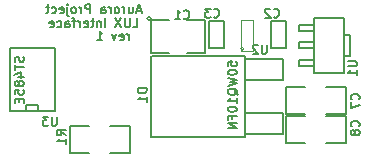
<source format=gbo>
G04 (created by PCBNEW (2013-jul-07)-stable) date Thu 09 Jan 2014 05:17:47 AM EST*
%MOIN*%
G04 Gerber Fmt 3.4, Leading zero omitted, Abs format*
%FSLAX34Y34*%
G01*
G70*
G90*
G04 APERTURE LIST*
%ADD10C,0.00590551*%
%ADD11C,0.00511811*%
%ADD12C,0.005*%
%ADD13C,0.0031*%
G04 APERTURE END LIST*
G54D10*
G54D11*
X79221Y-58171D02*
X79221Y-57971D01*
X79221Y-58028D02*
X79207Y-58000D01*
X79192Y-57985D01*
X79164Y-57971D01*
X79135Y-57971D01*
X78921Y-58157D02*
X78949Y-58171D01*
X79007Y-58171D01*
X79035Y-58157D01*
X79049Y-58128D01*
X79049Y-58014D01*
X79035Y-57985D01*
X79007Y-57971D01*
X78949Y-57971D01*
X78921Y-57985D01*
X78907Y-58014D01*
X78907Y-58042D01*
X79049Y-58071D01*
X78807Y-57971D02*
X78735Y-58171D01*
X78664Y-57971D01*
X78164Y-58171D02*
X78335Y-58171D01*
X78250Y-58171D02*
X78250Y-57871D01*
X78278Y-57914D01*
X78307Y-57942D01*
X78335Y-57957D01*
X79621Y-57185D02*
X79478Y-57185D01*
X79650Y-57271D02*
X79550Y-56971D01*
X79450Y-57271D01*
X79221Y-57071D02*
X79221Y-57271D01*
X79350Y-57071D02*
X79350Y-57228D01*
X79335Y-57257D01*
X79307Y-57271D01*
X79264Y-57271D01*
X79235Y-57257D01*
X79221Y-57242D01*
X79078Y-57271D02*
X79078Y-57071D01*
X79078Y-57128D02*
X79064Y-57100D01*
X79050Y-57085D01*
X79021Y-57071D01*
X78992Y-57071D01*
X78850Y-57271D02*
X78878Y-57257D01*
X78892Y-57242D01*
X78907Y-57214D01*
X78907Y-57128D01*
X78892Y-57100D01*
X78878Y-57085D01*
X78850Y-57071D01*
X78807Y-57071D01*
X78778Y-57085D01*
X78764Y-57100D01*
X78750Y-57128D01*
X78750Y-57214D01*
X78764Y-57242D01*
X78778Y-57257D01*
X78807Y-57271D01*
X78850Y-57271D01*
X78621Y-57271D02*
X78621Y-57071D01*
X78621Y-57128D02*
X78607Y-57100D01*
X78592Y-57085D01*
X78564Y-57071D01*
X78535Y-57071D01*
X78307Y-57271D02*
X78307Y-57114D01*
X78321Y-57085D01*
X78350Y-57071D01*
X78407Y-57071D01*
X78435Y-57085D01*
X78307Y-57257D02*
X78335Y-57271D01*
X78407Y-57271D01*
X78435Y-57257D01*
X78450Y-57228D01*
X78450Y-57200D01*
X78435Y-57171D01*
X78407Y-57157D01*
X78335Y-57157D01*
X78307Y-57142D01*
X77935Y-57271D02*
X77935Y-56971D01*
X77821Y-56971D01*
X77792Y-56985D01*
X77778Y-57000D01*
X77764Y-57028D01*
X77764Y-57071D01*
X77778Y-57100D01*
X77792Y-57114D01*
X77821Y-57128D01*
X77935Y-57128D01*
X77635Y-57271D02*
X77635Y-57071D01*
X77635Y-57128D02*
X77621Y-57100D01*
X77607Y-57085D01*
X77578Y-57071D01*
X77550Y-57071D01*
X77407Y-57271D02*
X77435Y-57257D01*
X77450Y-57242D01*
X77464Y-57214D01*
X77464Y-57128D01*
X77450Y-57100D01*
X77435Y-57085D01*
X77407Y-57071D01*
X77364Y-57071D01*
X77335Y-57085D01*
X77321Y-57100D01*
X77307Y-57128D01*
X77307Y-57214D01*
X77321Y-57242D01*
X77335Y-57257D01*
X77364Y-57271D01*
X77407Y-57271D01*
X77178Y-57071D02*
X77178Y-57328D01*
X77192Y-57357D01*
X77221Y-57371D01*
X77235Y-57371D01*
X77178Y-56971D02*
X77192Y-56985D01*
X77178Y-57000D01*
X77164Y-56985D01*
X77178Y-56971D01*
X77178Y-57000D01*
X76921Y-57257D02*
X76950Y-57271D01*
X77007Y-57271D01*
X77035Y-57257D01*
X77050Y-57228D01*
X77050Y-57114D01*
X77035Y-57085D01*
X77007Y-57071D01*
X76950Y-57071D01*
X76921Y-57085D01*
X76907Y-57114D01*
X76907Y-57142D01*
X77050Y-57171D01*
X76650Y-57257D02*
X76678Y-57271D01*
X76735Y-57271D01*
X76764Y-57257D01*
X76778Y-57242D01*
X76792Y-57214D01*
X76792Y-57128D01*
X76778Y-57100D01*
X76764Y-57085D01*
X76735Y-57071D01*
X76678Y-57071D01*
X76650Y-57085D01*
X76564Y-57071D02*
X76450Y-57071D01*
X76521Y-56971D02*
X76521Y-57228D01*
X76507Y-57257D01*
X76478Y-57271D01*
X76450Y-57271D01*
X79364Y-57742D02*
X79507Y-57742D01*
X79507Y-57442D01*
X79264Y-57442D02*
X79264Y-57685D01*
X79250Y-57714D01*
X79235Y-57728D01*
X79207Y-57742D01*
X79150Y-57742D01*
X79121Y-57728D01*
X79107Y-57714D01*
X79092Y-57685D01*
X79092Y-57442D01*
X78978Y-57442D02*
X78778Y-57742D01*
X78778Y-57442D02*
X78978Y-57742D01*
X78435Y-57742D02*
X78435Y-57442D01*
X78292Y-57542D02*
X78292Y-57742D01*
X78292Y-57571D02*
X78278Y-57556D01*
X78250Y-57542D01*
X78207Y-57542D01*
X78178Y-57556D01*
X78164Y-57585D01*
X78164Y-57742D01*
X78064Y-57542D02*
X77950Y-57542D01*
X78021Y-57442D02*
X78021Y-57699D01*
X78007Y-57728D01*
X77978Y-57742D01*
X77950Y-57742D01*
X77735Y-57728D02*
X77764Y-57742D01*
X77821Y-57742D01*
X77850Y-57728D01*
X77864Y-57699D01*
X77864Y-57585D01*
X77850Y-57556D01*
X77821Y-57542D01*
X77764Y-57542D01*
X77735Y-57556D01*
X77721Y-57585D01*
X77721Y-57614D01*
X77864Y-57642D01*
X77592Y-57742D02*
X77592Y-57542D01*
X77592Y-57599D02*
X77578Y-57571D01*
X77564Y-57556D01*
X77535Y-57542D01*
X77507Y-57542D01*
X77450Y-57542D02*
X77335Y-57542D01*
X77407Y-57742D02*
X77407Y-57485D01*
X77392Y-57456D01*
X77364Y-57442D01*
X77335Y-57442D01*
X77107Y-57742D02*
X77107Y-57585D01*
X77121Y-57556D01*
X77150Y-57542D01*
X77207Y-57542D01*
X77235Y-57556D01*
X77107Y-57728D02*
X77135Y-57742D01*
X77207Y-57742D01*
X77235Y-57728D01*
X77250Y-57699D01*
X77250Y-57671D01*
X77235Y-57642D01*
X77207Y-57628D01*
X77135Y-57628D01*
X77107Y-57614D01*
X76835Y-57728D02*
X76864Y-57742D01*
X76921Y-57742D01*
X76950Y-57728D01*
X76964Y-57714D01*
X76978Y-57685D01*
X76978Y-57599D01*
X76964Y-57571D01*
X76950Y-57556D01*
X76921Y-57542D01*
X76864Y-57542D01*
X76835Y-57556D01*
X76592Y-57728D02*
X76621Y-57742D01*
X76678Y-57742D01*
X76707Y-57728D01*
X76721Y-57699D01*
X76721Y-57585D01*
X76707Y-57556D01*
X76678Y-57542D01*
X76621Y-57542D01*
X76592Y-57556D01*
X76578Y-57585D01*
X76578Y-57614D01*
X76721Y-57642D01*
G54D12*
X83100Y-60600D02*
X84350Y-60600D01*
X84350Y-60600D02*
X84350Y-61300D01*
X84350Y-61300D02*
X83100Y-61300D01*
X83100Y-58800D02*
X84350Y-58800D01*
X84350Y-58800D02*
X84350Y-59500D01*
X84350Y-59500D02*
X83100Y-59500D01*
X80700Y-61400D02*
X83100Y-61400D01*
X83100Y-61400D02*
X83100Y-58700D01*
X83100Y-58700D02*
X80000Y-58700D01*
X79950Y-58700D02*
X79950Y-61400D01*
X80000Y-61400D02*
X80700Y-61400D01*
G54D13*
X83074Y-58463D02*
G75*
G03X83074Y-58463I-62J0D01*
G74*
G01*
X83350Y-57500D02*
X82950Y-57500D01*
X83350Y-58525D02*
X82950Y-58525D01*
X82950Y-57500D02*
X82950Y-58525D01*
X83350Y-58525D02*
X83350Y-57500D01*
G54D12*
X75300Y-60550D02*
X75250Y-60550D01*
X75250Y-60550D02*
X75250Y-58450D01*
X76750Y-58450D02*
X76750Y-60550D01*
X76750Y-60550D02*
X75300Y-60550D01*
X76200Y-60550D02*
X76200Y-60350D01*
X76200Y-60350D02*
X75800Y-60350D01*
X75800Y-60350D02*
X75800Y-60550D01*
X76750Y-58450D02*
X75250Y-58450D01*
X79970Y-57450D02*
G75*
G03X79970Y-57450I-70J0D01*
G74*
G01*
X80550Y-58600D02*
X79950Y-58600D01*
X79950Y-58600D02*
X79950Y-57500D01*
X79950Y-57500D02*
X80550Y-57500D01*
X81150Y-57500D02*
X81750Y-57500D01*
X81750Y-57500D02*
X81750Y-58600D01*
X81750Y-58600D02*
X81150Y-58600D01*
X77250Y-61950D02*
X77250Y-61050D01*
X77250Y-61050D02*
X77900Y-61050D01*
X78600Y-61950D02*
X79250Y-61950D01*
X79250Y-61950D02*
X79250Y-61050D01*
X79250Y-61050D02*
X78600Y-61050D01*
X77900Y-61950D02*
X77250Y-61950D01*
X86450Y-60700D02*
X86450Y-61600D01*
X86450Y-61600D02*
X85800Y-61600D01*
X85100Y-60700D02*
X84450Y-60700D01*
X84450Y-60700D02*
X84450Y-61600D01*
X84450Y-61600D02*
X85100Y-61600D01*
X85800Y-60700D02*
X86450Y-60700D01*
X86450Y-59750D02*
X86450Y-60650D01*
X86450Y-60650D02*
X85800Y-60650D01*
X85100Y-59750D02*
X84450Y-59750D01*
X84450Y-59750D02*
X84450Y-60650D01*
X84450Y-60650D02*
X85100Y-60650D01*
X85800Y-59750D02*
X86450Y-59750D01*
X83950Y-57550D02*
X83950Y-58450D01*
X83950Y-58450D02*
X84450Y-58450D01*
X84450Y-58450D02*
X84450Y-57550D01*
X84450Y-57550D02*
X83950Y-57550D01*
X81900Y-57550D02*
X81900Y-58450D01*
X81900Y-58450D02*
X82400Y-58450D01*
X82400Y-58450D02*
X82400Y-57550D01*
X82400Y-57550D02*
X81900Y-57550D01*
X84915Y-57860D02*
X84915Y-57660D01*
X84915Y-57660D02*
X85385Y-57660D01*
X84915Y-57860D02*
X85385Y-57860D01*
X84915Y-58450D02*
X85385Y-58450D01*
X84915Y-58250D02*
X85385Y-58250D01*
X84915Y-58450D02*
X84915Y-58250D01*
X84915Y-59040D02*
X84915Y-58840D01*
X84915Y-58840D02*
X85385Y-58840D01*
X84915Y-59040D02*
X85385Y-59040D01*
X86610Y-58705D02*
X86610Y-57995D01*
X86610Y-57995D02*
X86415Y-57995D01*
X86610Y-58705D02*
X86415Y-58705D01*
X85385Y-59255D02*
X86415Y-59255D01*
X86415Y-59255D02*
X86415Y-57445D01*
X86415Y-57445D02*
X85385Y-57445D01*
X85385Y-57445D02*
X85385Y-59255D01*
G54D11*
X79821Y-59778D02*
X79521Y-59778D01*
X79521Y-59850D01*
X79535Y-59892D01*
X79564Y-59921D01*
X79592Y-59935D01*
X79650Y-59950D01*
X79692Y-59950D01*
X79750Y-59935D01*
X79778Y-59921D01*
X79807Y-59892D01*
X79821Y-59850D01*
X79821Y-59778D01*
X79821Y-60235D02*
X79821Y-60064D01*
X79821Y-60150D02*
X79521Y-60150D01*
X79564Y-60121D01*
X79592Y-60092D01*
X79607Y-60064D01*
X82521Y-59028D02*
X82521Y-58885D01*
X82664Y-58871D01*
X82650Y-58885D01*
X82635Y-58914D01*
X82635Y-58985D01*
X82650Y-59014D01*
X82664Y-59028D01*
X82692Y-59042D01*
X82764Y-59042D01*
X82792Y-59028D01*
X82807Y-59014D01*
X82821Y-58985D01*
X82821Y-58914D01*
X82807Y-58885D01*
X82792Y-58871D01*
X82521Y-59228D02*
X82521Y-59257D01*
X82535Y-59285D01*
X82550Y-59300D01*
X82578Y-59314D01*
X82635Y-59328D01*
X82707Y-59328D01*
X82764Y-59314D01*
X82792Y-59300D01*
X82807Y-59285D01*
X82821Y-59257D01*
X82821Y-59228D01*
X82807Y-59200D01*
X82792Y-59185D01*
X82764Y-59171D01*
X82707Y-59157D01*
X82635Y-59157D01*
X82578Y-59171D01*
X82550Y-59185D01*
X82535Y-59200D01*
X82521Y-59228D01*
X82521Y-59428D02*
X82821Y-59500D01*
X82607Y-59557D01*
X82821Y-59614D01*
X82521Y-59685D01*
X82850Y-60000D02*
X82835Y-59971D01*
X82807Y-59942D01*
X82764Y-59900D01*
X82750Y-59871D01*
X82750Y-59842D01*
X82821Y-59857D02*
X82807Y-59828D01*
X82778Y-59800D01*
X82721Y-59785D01*
X82621Y-59785D01*
X82564Y-59800D01*
X82535Y-59828D01*
X82521Y-59857D01*
X82521Y-59914D01*
X82535Y-59942D01*
X82564Y-59971D01*
X82621Y-59985D01*
X82721Y-59985D01*
X82778Y-59971D01*
X82807Y-59942D01*
X82821Y-59914D01*
X82821Y-59857D01*
X82821Y-60271D02*
X82821Y-60100D01*
X82821Y-60185D02*
X82521Y-60185D01*
X82564Y-60157D01*
X82592Y-60128D01*
X82607Y-60100D01*
X82521Y-60457D02*
X82521Y-60485D01*
X82535Y-60514D01*
X82550Y-60528D01*
X82578Y-60542D01*
X82635Y-60557D01*
X82707Y-60557D01*
X82764Y-60542D01*
X82792Y-60528D01*
X82807Y-60514D01*
X82821Y-60485D01*
X82821Y-60457D01*
X82807Y-60428D01*
X82792Y-60414D01*
X82764Y-60400D01*
X82707Y-60385D01*
X82635Y-60385D01*
X82578Y-60400D01*
X82550Y-60414D01*
X82535Y-60428D01*
X82521Y-60457D01*
X82664Y-60785D02*
X82664Y-60685D01*
X82821Y-60685D02*
X82521Y-60685D01*
X82521Y-60828D01*
X82821Y-60942D02*
X82521Y-60942D01*
X82821Y-61114D01*
X82521Y-61114D01*
X83828Y-58321D02*
X83828Y-58564D01*
X83814Y-58592D01*
X83800Y-58607D01*
X83771Y-58621D01*
X83714Y-58621D01*
X83685Y-58607D01*
X83671Y-58592D01*
X83657Y-58564D01*
X83657Y-58321D01*
X83528Y-58350D02*
X83514Y-58335D01*
X83485Y-58321D01*
X83414Y-58321D01*
X83385Y-58335D01*
X83371Y-58350D01*
X83357Y-58378D01*
X83357Y-58407D01*
X83371Y-58450D01*
X83542Y-58621D01*
X83357Y-58621D01*
X76828Y-60721D02*
X76828Y-60964D01*
X76814Y-60992D01*
X76800Y-61007D01*
X76771Y-61021D01*
X76714Y-61021D01*
X76685Y-61007D01*
X76671Y-60992D01*
X76657Y-60964D01*
X76657Y-60721D01*
X76542Y-60721D02*
X76357Y-60721D01*
X76457Y-60835D01*
X76414Y-60835D01*
X76385Y-60850D01*
X76371Y-60864D01*
X76357Y-60892D01*
X76357Y-60964D01*
X76371Y-60992D01*
X76385Y-61007D01*
X76414Y-61021D01*
X76500Y-61021D01*
X76528Y-61007D01*
X76542Y-60992D01*
X75707Y-58735D02*
X75721Y-58778D01*
X75721Y-58850D01*
X75707Y-58878D01*
X75692Y-58892D01*
X75664Y-58907D01*
X75635Y-58907D01*
X75607Y-58892D01*
X75592Y-58878D01*
X75578Y-58850D01*
X75564Y-58792D01*
X75550Y-58764D01*
X75535Y-58750D01*
X75507Y-58735D01*
X75478Y-58735D01*
X75450Y-58750D01*
X75435Y-58764D01*
X75421Y-58792D01*
X75421Y-58864D01*
X75435Y-58907D01*
X75421Y-58992D02*
X75421Y-59164D01*
X75721Y-59078D02*
X75421Y-59078D01*
X75521Y-59392D02*
X75721Y-59392D01*
X75407Y-59321D02*
X75621Y-59250D01*
X75621Y-59435D01*
X75550Y-59592D02*
X75535Y-59564D01*
X75521Y-59550D01*
X75492Y-59535D01*
X75478Y-59535D01*
X75450Y-59550D01*
X75435Y-59564D01*
X75421Y-59592D01*
X75421Y-59650D01*
X75435Y-59678D01*
X75450Y-59692D01*
X75478Y-59707D01*
X75492Y-59707D01*
X75521Y-59692D01*
X75535Y-59678D01*
X75550Y-59650D01*
X75550Y-59592D01*
X75564Y-59564D01*
X75578Y-59550D01*
X75607Y-59535D01*
X75664Y-59535D01*
X75692Y-59550D01*
X75707Y-59564D01*
X75721Y-59592D01*
X75721Y-59650D01*
X75707Y-59678D01*
X75692Y-59692D01*
X75664Y-59707D01*
X75607Y-59707D01*
X75578Y-59692D01*
X75564Y-59678D01*
X75550Y-59650D01*
X75421Y-59978D02*
X75421Y-59835D01*
X75564Y-59821D01*
X75550Y-59835D01*
X75535Y-59864D01*
X75535Y-59935D01*
X75550Y-59964D01*
X75564Y-59978D01*
X75592Y-59992D01*
X75664Y-59992D01*
X75692Y-59978D01*
X75707Y-59964D01*
X75721Y-59935D01*
X75721Y-59864D01*
X75707Y-59835D01*
X75692Y-59821D01*
X75564Y-60121D02*
X75564Y-60221D01*
X75721Y-60264D02*
X75721Y-60121D01*
X75421Y-60121D01*
X75421Y-60264D01*
X81050Y-57442D02*
X81064Y-57457D01*
X81107Y-57471D01*
X81135Y-57471D01*
X81178Y-57457D01*
X81207Y-57428D01*
X81221Y-57400D01*
X81235Y-57342D01*
X81235Y-57300D01*
X81221Y-57242D01*
X81207Y-57214D01*
X81178Y-57185D01*
X81135Y-57171D01*
X81107Y-57171D01*
X81064Y-57185D01*
X81050Y-57200D01*
X80764Y-57471D02*
X80935Y-57471D01*
X80850Y-57471D02*
X80850Y-57171D01*
X80878Y-57214D01*
X80907Y-57242D01*
X80935Y-57257D01*
X77121Y-61350D02*
X76978Y-61250D01*
X77121Y-61178D02*
X76821Y-61178D01*
X76821Y-61292D01*
X76835Y-61321D01*
X76850Y-61335D01*
X76878Y-61350D01*
X76921Y-61350D01*
X76950Y-61335D01*
X76964Y-61321D01*
X76978Y-61292D01*
X76978Y-61178D01*
X77121Y-61635D02*
X77121Y-61464D01*
X77121Y-61550D02*
X76821Y-61550D01*
X76864Y-61521D01*
X76892Y-61492D01*
X76907Y-61464D01*
X86892Y-61050D02*
X86907Y-61035D01*
X86921Y-60992D01*
X86921Y-60964D01*
X86907Y-60921D01*
X86878Y-60892D01*
X86850Y-60878D01*
X86792Y-60864D01*
X86750Y-60864D01*
X86692Y-60878D01*
X86664Y-60892D01*
X86635Y-60921D01*
X86621Y-60964D01*
X86621Y-60992D01*
X86635Y-61035D01*
X86650Y-61050D01*
X86750Y-61221D02*
X86735Y-61192D01*
X86721Y-61178D01*
X86692Y-61164D01*
X86678Y-61164D01*
X86650Y-61178D01*
X86635Y-61192D01*
X86621Y-61221D01*
X86621Y-61278D01*
X86635Y-61307D01*
X86650Y-61321D01*
X86678Y-61335D01*
X86692Y-61335D01*
X86721Y-61321D01*
X86735Y-61307D01*
X86750Y-61278D01*
X86750Y-61221D01*
X86764Y-61192D01*
X86778Y-61178D01*
X86807Y-61164D01*
X86864Y-61164D01*
X86892Y-61178D01*
X86907Y-61192D01*
X86921Y-61221D01*
X86921Y-61278D01*
X86907Y-61307D01*
X86892Y-61321D01*
X86864Y-61335D01*
X86807Y-61335D01*
X86778Y-61321D01*
X86764Y-61307D01*
X86750Y-61278D01*
X86892Y-60150D02*
X86907Y-60135D01*
X86921Y-60092D01*
X86921Y-60064D01*
X86907Y-60021D01*
X86878Y-59992D01*
X86850Y-59978D01*
X86792Y-59964D01*
X86750Y-59964D01*
X86692Y-59978D01*
X86664Y-59992D01*
X86635Y-60021D01*
X86621Y-60064D01*
X86621Y-60092D01*
X86635Y-60135D01*
X86650Y-60150D01*
X86621Y-60250D02*
X86621Y-60450D01*
X86921Y-60321D01*
X84050Y-57392D02*
X84064Y-57407D01*
X84107Y-57421D01*
X84135Y-57421D01*
X84178Y-57407D01*
X84207Y-57378D01*
X84221Y-57350D01*
X84235Y-57292D01*
X84235Y-57250D01*
X84221Y-57192D01*
X84207Y-57164D01*
X84178Y-57135D01*
X84135Y-57121D01*
X84107Y-57121D01*
X84064Y-57135D01*
X84050Y-57150D01*
X83935Y-57150D02*
X83921Y-57135D01*
X83892Y-57121D01*
X83821Y-57121D01*
X83792Y-57135D01*
X83778Y-57150D01*
X83764Y-57178D01*
X83764Y-57207D01*
X83778Y-57250D01*
X83950Y-57421D01*
X83764Y-57421D01*
X82050Y-57392D02*
X82064Y-57407D01*
X82107Y-57421D01*
X82135Y-57421D01*
X82178Y-57407D01*
X82207Y-57378D01*
X82221Y-57350D01*
X82235Y-57292D01*
X82235Y-57250D01*
X82221Y-57192D01*
X82207Y-57164D01*
X82178Y-57135D01*
X82135Y-57121D01*
X82107Y-57121D01*
X82064Y-57135D01*
X82050Y-57150D01*
X81950Y-57121D02*
X81764Y-57121D01*
X81864Y-57235D01*
X81821Y-57235D01*
X81792Y-57250D01*
X81778Y-57264D01*
X81764Y-57292D01*
X81764Y-57364D01*
X81778Y-57392D01*
X81792Y-57407D01*
X81821Y-57421D01*
X81907Y-57421D01*
X81935Y-57407D01*
X81950Y-57392D01*
X86521Y-58871D02*
X86764Y-58871D01*
X86792Y-58885D01*
X86807Y-58900D01*
X86821Y-58928D01*
X86821Y-58985D01*
X86807Y-59014D01*
X86792Y-59028D01*
X86764Y-59042D01*
X86521Y-59042D01*
X86821Y-59342D02*
X86821Y-59171D01*
X86821Y-59257D02*
X86521Y-59257D01*
X86564Y-59228D01*
X86592Y-59200D01*
X86607Y-59171D01*
M02*

</source>
